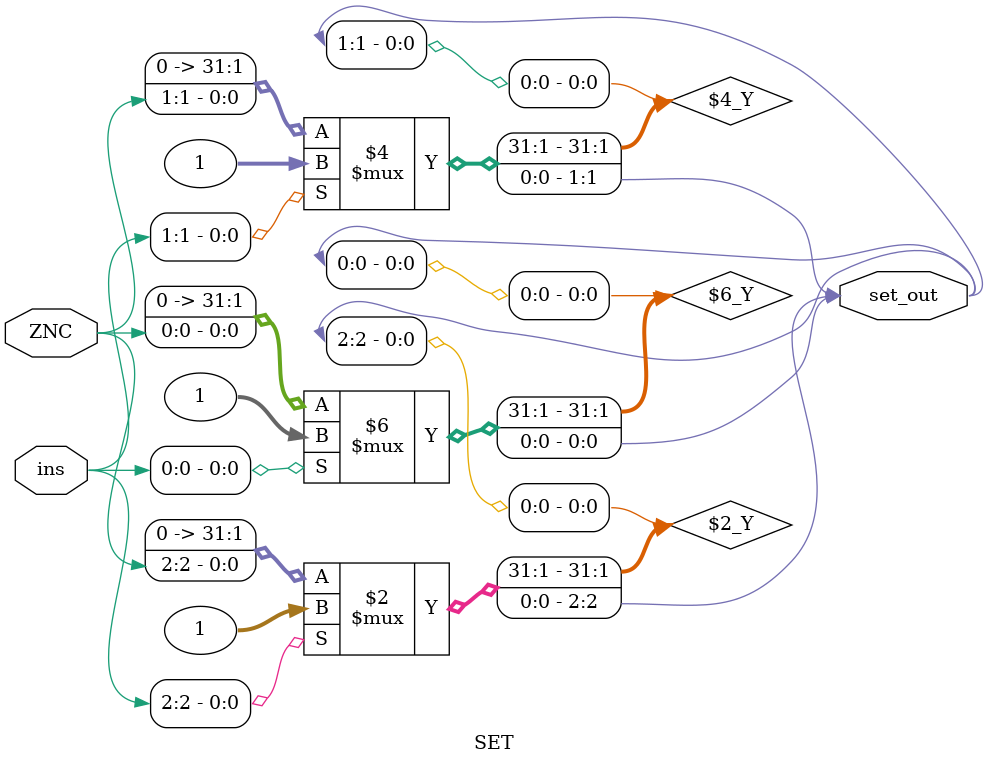
<source format=v>

module SET (ZNC, ins, set_out);
    input [2:0] ZNC, ins;
    output [2:0] set_out;

    assign set_out [2] = (ins[2])?(1):(ZNC [2]);
    assign set_out [1] = (ins[1])?(1):(ZNC [1]);
    assign set_out [0] = (ins[0])?(1):(ZNC [0]);

endmodule
</source>
